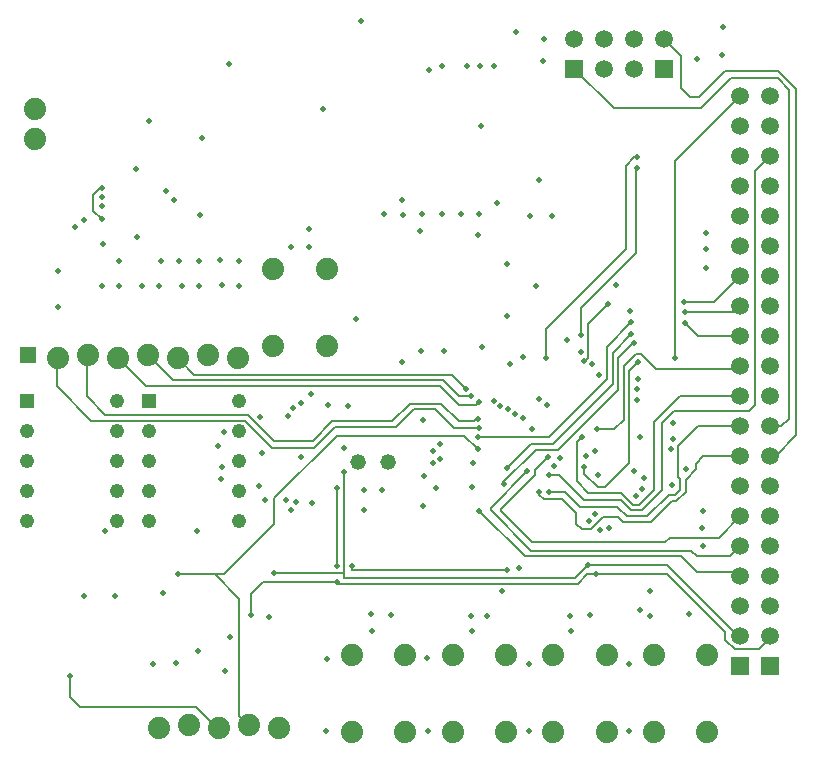
<source format=gbr>
%TF.GenerationSoftware,Novarm,DipTrace,3.2.0.1*%
%TF.CreationDate,2017-11-17T22:28:03-08:00*%
%FSLAX26Y26*%
%MOIN*%
%TF.FileFunction,Copper,L3,Inr*%
%TF.Part,Single*%
%AMOUTLINE6*
4,1,4,
0.026163,0.026163,
0.026205,-0.026121,
-0.026121,-0.026205,
-0.026163,0.026163,
0.026163,0.026163,
0*%
%TA.AperFunction,Conductor*%
%ADD18C,0.006*%
%TA.AperFunction,ComponentPad*%
%ADD24R,0.047992X0.047992*%
%ADD25C,0.048*%
%ADD30C,0.074*%
%ADD33C,0.052*%
%ADD41R,0.05937X0.05937*%
%ADD42C,0.05937*%
%ADD47R,0.059055X0.059055*%
%ADD48C,0.059055*%
%TA.AperFunction,ViaPad*%
%ADD49C,0.02*%
%TA.AperFunction,ComponentPad*%
%ADD106OUTLINE6*%
G75*
G01*
%LPD*%
X715875Y2178375D2*
D18*
X687749Y2206501D1*
Y2259623D1*
X709626Y2281500D1*
X715875D1*
X2325047Y1350615D2*
Y1328579D1*
X2369001Y1284625D1*
X2394612D1*
X2475251Y1365264D1*
Y1672125D1*
X2503375Y1700249D1*
X2628375Y1715875D2*
Y2372125D1*
X2844000Y2587749D1*
X971455Y995181D2*
X1092819D1*
X1175249Y912751D1*
Y522593D1*
X1206596Y491247D1*
X1969000Y1412749D2*
X1925249Y1456500D1*
X1500251D1*
X1290875Y1247125D1*
Y1162751D1*
X1123306Y995181D1*
X1092819D1*
X1969000Y1450249D2*
X2206500D1*
X2400039Y1643789D1*
Y1753164D1*
X2481500Y1834625D1*
X2656262Y1900354D2*
X2756605D1*
X2844000Y1987749D1*
X1975249Y1206501D2*
X2128375Y1053375D1*
X2647125D1*
X2700251Y1000249D1*
X2831500D1*
X2844000Y987749D1*
X2134442Y1337913D2*
X2012580Y1216051D1*
Y1206669D1*
X2147125Y1072125D1*
X2681501D1*
X2700251Y1053375D1*
X2809626D1*
X2844000Y1087749D1*
Y1187749D2*
X2772126Y1115875D1*
X2609625D1*
X2593999Y1100249D1*
X2150255D1*
X2046951Y1203552D1*
Y1212927D1*
X2159440Y1325415D1*
Y1341038D1*
X2203185Y1384783D1*
X2175063Y1269171D2*
Y1259797D1*
X2190686Y1244173D1*
X2250055D1*
X2296925Y1197303D1*
Y1162932D1*
X2315673Y1144184D1*
X2346920D1*
X2387541Y1184804D1*
X2437535D1*
X2453159Y1169181D1*
X2546899D1*
X2615642Y1237924D1*
X2631265D1*
X2662512Y1269171D1*
Y1309791D1*
X2696883Y1344163D1*
Y1362911D1*
X2721881Y1387908D1*
X2843841D1*
X2844000Y1387749D1*
X2206310Y1269171D2*
X2259429D1*
X2309424Y1219176D1*
X2434411D1*
X2465657Y1187929D1*
X2534400D1*
X2606268Y1259797D1*
X2628140D1*
X2643764Y1275420D1*
Y1312916D1*
X2637514Y1319165D1*
Y1422280D1*
X2702984Y1487749D1*
X2844000D1*
X2206310Y1325415D2*
X2240681D1*
X2325047Y1241049D1*
X2446909D1*
X2481281Y1206677D1*
X2515652D1*
X2584395Y1275420D1*
Y1497272D1*
X2625016Y1537892D1*
X2874990D1*
X2893738Y1556640D1*
Y2337487D1*
X2944000Y2387749D1*
X2315673Y1450402D2*
X2300050Y1434778D1*
Y1303542D1*
X2337546Y1266046D1*
X2446909D1*
X2487530Y1225425D1*
X2506278D1*
X2556273Y1275420D1*
Y1500396D1*
X2643626Y1587749D1*
X2844000D1*
X2365668Y1478524D2*
X2425037D1*
X2456283Y1509770D1*
Y1687877D1*
X2496904Y1728497D1*
X2512528D1*
X2562522Y1678503D1*
X2834753D1*
X2844000Y1687749D1*
X2056501Y1294000D2*
X2051814Y1298688D1*
X2162751Y1409625D1*
X2237749D1*
X2437535Y1609411D1*
Y1715661D1*
X2487749Y1765875D1*
X2490875D1*
X2659387Y1831612D2*
X2703249Y1787749D1*
X2844000D1*
X2065875Y1347125D2*
X2147280Y1428529D1*
X2219154D1*
X2418787Y1628163D1*
Y1731287D1*
X2481500Y1794000D1*
X2659387Y1869108D2*
X2825358D1*
X2844000Y1887749D1*
X2944000Y1387749D2*
X2962322D1*
X3031223Y1456651D1*
Y2612780D1*
X2971854Y2672148D1*
X2793748D1*
X2706257Y2584657D1*
X2678135D1*
X2646888Y2615904D1*
Y2722362D1*
X2590875Y2778375D1*
X2197125Y1715875D2*
Y1813052D1*
X2462751Y2078678D1*
Y2356500D1*
X2490875Y2384625D1*
X2500249D1*
X2403375Y1894000D2*
X2336379Y1827004D1*
Y1714832D1*
X2325047Y1703500D1*
X1212664Y856714D2*
Y928289D1*
X1253375Y969000D1*
X1500251D1*
Y962953D1*
X2303175D1*
X2334421Y994199D1*
X2362543D1*
X2600083D1*
X2794252Y800030D1*
Y775028D1*
X2825505Y743774D1*
X2906764D1*
X2944000Y781010D1*
Y787749D1*
X1500251Y1281499D2*
Y1022125D1*
X1290875Y997125D2*
X1525251D1*
Y981701D1*
X2293801D1*
X2337546Y1025446D1*
X1525251Y1335560D2*
Y997125D1*
X2844000Y787749D2*
Y781535D1*
X2600089Y1025446D1*
X2337546D1*
X569000Y1715249D2*
X565875Y1712125D1*
Y1622125D1*
X681500Y1506500D1*
X1194062D1*
X1284531Y1416030D1*
X1425142D1*
X1493885Y1484773D1*
X1698139D1*
X1757508Y1544142D1*
X1828234D1*
X1890875Y1481500D1*
X1972125D1*
X1947125Y1587751D2*
X1906500D1*
X1853375Y1640875D1*
X953374D1*
X869000Y1725249D1*
X1931500Y1612749D2*
X1884625Y1659625D1*
X1024625D1*
X969000Y1715249D1*
X1972125Y1569000D2*
X1962749Y1559625D1*
X1906500D1*
X1844000Y1622125D1*
X862125D1*
X769000Y1715249D1*
X669000Y1725249D2*
X665875Y1722125D1*
Y1587751D1*
X728377Y1525249D1*
X1203434D1*
X1290781Y1437903D1*
X1418892D1*
X1484510Y1503521D1*
X1683035D1*
X1742404Y1562890D1*
X1846986D1*
X1906500Y1503375D1*
X1956500D1*
X1967437Y1514312D1*
X1969000Y1512749D1*
X2944000Y1487749D2*
X2981080D1*
X3006226Y1512895D1*
Y2609655D1*
X2968730Y2647151D1*
X2812496D1*
X2712507Y2547161D1*
X2422089D1*
X2290875Y2678375D1*
X2500251Y2347125D2*
X2497125Y2343999D1*
Y2065875D1*
X2312549Y1881299D1*
Y1790991D1*
X609625Y656528D2*
Y584625D1*
X644000Y550249D1*
X1031501D1*
X1106596Y475155D1*
Y481247D1*
X1550249Y1022125D2*
Y1006698D1*
X2065699D1*
D49*
X1141539Y2694000D3*
X1581375Y2837756D3*
X1978209Y2687772D3*
X2096946Y2800260D3*
X1115799Y1956598D3*
X982861Y1956501D3*
X569000Y1884625D3*
D3*
X568982Y2003469D3*
X1469911Y1557411D3*
X1715736Y1700375D3*
X1469911Y1557411D3*
X1984458Y1750370D3*
X1715736Y1700375D3*
X2065699Y1853484D3*
X2050076Y937955D3*
X2475031Y470399D3*
X2140144Y470836D3*
X1465073D3*
X1802609D3*
X1036449Y737749D3*
X918945Y931706D3*
X1381919Y1385306D3*
X1469911Y1557411D3*
X1590749Y1206677D3*
X1381919Y1385306D3*
X2543774Y937955D3*
X1981333Y2487793D3*
X2175063Y2309686D3*
X2615642Y1291043D3*
X2265678Y1775367D3*
X1051764Y2448755D3*
X1044877Y2193123D3*
X1787604Y1222301D3*
X2715875Y1147125D3*
X2515875Y1278375D3*
X2715875Y1147125D3*
X2162564Y1953375D3*
X2025079Y2687772D3*
X2731500Y2078375D3*
X2350045Y1694126D3*
X2497125Y1253375D3*
X2719000Y1087749D3*
X2731500Y2016034D3*
X2375042Y1656630D3*
X2477881Y1871630D3*
X1850097Y2687772D3*
X2431596Y1959529D3*
X628375Y2150251D3*
X715875Y2250251D3*
X656472Y2175841D3*
X715875Y2222125D3*
X1790875Y1322125D3*
X1590752Y1275374D3*
X850249Y1956501D3*
X715875Y2178375D3*
Y2281500D3*
X834625Y2119000D3*
X715875Y1956501D3*
X931500Y2272125D3*
X1562751Y1844000D3*
X1650251Y1275249D3*
X1831500Y1281500D3*
X2189963Y2777475D3*
X2788001Y2818992D3*
X2784945Y2725251D3*
X2700492Y2712731D3*
X1353274Y1547266D3*
X1337651Y1522269D3*
X1243911Y1519144D3*
X1122125Y1469000D3*
X1103375Y1422125D3*
X1950251Y1284625D3*
X1453375Y2544000D3*
X1275157Y850465D3*
X1128375Y672125D3*
X1522125Y1415875D3*
X1537751Y1556500D3*
X1412643Y1594136D3*
X1381396Y1566014D3*
X1406500Y2144173D3*
Y2084731D3*
X908583Y1956501D3*
X912751Y2037751D3*
X775251Y1956501D3*
Y2037749D3*
X1175249Y1956501D3*
Y2037749D3*
X1041916Y1956501D3*
Y2037751D3*
X1250249Y1397125D3*
X1115875Y1350249D3*
X1112751Y1312749D3*
X1240875Y1287751D3*
X1259625Y1240875D3*
X1331500D3*
X1362749Y1234626D3*
X1347125Y1209625D3*
X1415875Y1231500D3*
X1034625Y1137749D3*
X728375D3*
X2277071Y856500D3*
X2281500Y806500D3*
X1945822Y856500D3*
X1950251Y806500D3*
X1614571Y862749D3*
X1615875Y806500D3*
X1783311Y2194000D3*
X1778375Y2137749D3*
X2509403Y875462D3*
X2543774Y853589D3*
X2325047Y1350615D3*
X2503375Y1700249D3*
X2628375Y1715875D3*
X971455Y995181D3*
X1969000Y1412749D3*
Y1450249D3*
X2481500Y1834625D3*
X2656262Y1900354D3*
X1975249Y1206501D3*
X2134442Y1337913D3*
X2203185Y1384783D3*
X2106320Y1016072D3*
X2175063Y1269171D3*
X2206310D3*
Y1325415D3*
X2243806Y1381659D3*
X2121944Y1719123D3*
X1968835Y2125331D3*
X2315673Y1450402D3*
X2365668Y1478524D3*
X2056501Y1294000D3*
X2490875Y1765875D3*
X2659387Y1831612D3*
X2065875Y1347125D3*
X2481500Y1794000D3*
X2659387Y1869108D3*
X2503375Y1644000D3*
X2500029Y1612885D3*
Y1575388D3*
X2619000Y1497125D3*
X2509403Y1450402D3*
X2619000Y1444000D3*
X2612749Y1412749D3*
X2359419Y1403531D3*
X956500Y2240875D3*
X1781500Y1737751D3*
X2371917Y1325415D3*
X2490655Y1337913D3*
X2662512Y1344163D3*
X2197125Y1715875D3*
X2500249Y2384625D3*
X2718933Y1203375D3*
X2525249Y1315875D3*
X2718933Y1203375D3*
X2731500Y2131500D3*
X2403375Y1894000D3*
X2325047Y1703500D3*
X1934463Y2687772D3*
X2403375Y1894000D3*
X759625Y922125D3*
X962810Y697125D3*
X1212664Y856714D3*
D3*
X1500251Y1281499D3*
Y1022125D3*
Y969000D3*
X2362543Y994199D3*
X2034625Y2231500D3*
X1972125Y2194000D3*
X1850251D3*
X1912843D3*
X656500Y922125D3*
X887749Y694000D3*
X1144000Y784625D3*
X1290875Y997125D3*
X2337546Y1025446D3*
X1525251Y1335560D3*
X2022125Y1572125D3*
X1465875Y712749D3*
X2069000Y1544000D3*
X1800249Y715875D3*
X2119000Y1515875D3*
X2140875Y694000D3*
X2175063Y1578513D3*
X2340671Y1172306D3*
X2378167Y1141059D3*
X2475251Y694249D3*
X1972125Y1481500D3*
X1947125Y1587751D3*
X1931500Y1612749D3*
X1972125Y1569000D3*
X1969000Y1512749D3*
X830909Y2344000D3*
X1856512Y1737739D3*
X2187938Y2706480D3*
X2331297Y1387908D3*
X2500251Y2347125D3*
X2312549Y1790991D3*
X1844000Y1428375D3*
Y1378375D3*
X719000Y2094000D3*
X1109625Y2040875D3*
X975251Y2037751D3*
X872125Y2506500D3*
X1819000Y1403375D3*
X1787751Y1509625D3*
X1819000Y1365875D3*
Y1403375D3*
X2142356Y2187749D3*
X2215692D3*
X2312549Y1734747D3*
X2065875Y2028097D3*
X2142356Y2187749D3*
X609625Y656528D3*
X1550249Y1022125D3*
X2065699Y1006698D3*
X2044000Y1553375D3*
X1681500Y859625D3*
X2094000Y1528375D3*
X2000081Y856500D3*
X2343795Y856705D3*
X2148921Y1479668D3*
X2675249Y862749D3*
X2406289Y1147308D3*
X2359419Y1194178D3*
X2200060Y1556640D3*
X1953352Y1365899D3*
X1347125Y2084822D3*
X1718991Y2192178D3*
X1656500Y2194000D3*
X1715875Y2240875D3*
X1806500Y2675249D3*
X2225058Y1353537D3*
X2078198Y1694126D3*
X1718991Y2192178D3*
D24*
X875251Y1572125D3*
D25*
Y1472125D3*
Y1372125D3*
Y1272125D3*
Y1172125D3*
X1175251D3*
Y1272125D3*
Y1372125D3*
Y1472125D3*
Y1572125D3*
D24*
X465875D3*
D25*
Y1472125D3*
Y1372125D3*
Y1272125D3*
Y1172125D3*
X765875D3*
Y1272125D3*
Y1372125D3*
Y1472125D3*
Y1572125D3*
D30*
X494000Y2444000D3*
Y2544000D3*
D106*
X469000Y1725249D3*
D30*
X569000Y1715249D3*
X669000Y1725249D3*
X769000Y1715249D3*
X869000Y1725249D3*
X969000Y1715249D3*
X1069000Y1725249D3*
X1169000Y1715249D3*
D33*
X1569000Y1369000D3*
X1669000D3*
D30*
X1287749Y1756500D3*
Y2012500D3*
X1465749Y1756500D3*
Y2012500D3*
X1550249Y469000D3*
Y725000D3*
X1728249Y469000D3*
Y725000D3*
X1885667Y469000D3*
Y725000D3*
X2063667Y469000D3*
Y725000D3*
X2221083Y469000D3*
Y725000D3*
X2399083Y469000D3*
Y725000D3*
X2556500Y469000D3*
Y725000D3*
X2734500Y469000D3*
Y725000D3*
D41*
X2590875Y2678375D3*
D42*
Y2778375D3*
X2490875Y2678375D3*
Y2778375D3*
X2390875Y2678375D3*
Y2778375D3*
D41*
X2290875Y2678375D3*
D42*
Y2778375D3*
D47*
X2844000Y687749D3*
D48*
Y787749D3*
Y887749D3*
Y987749D3*
Y1087749D3*
Y1187749D3*
Y1287749D3*
Y1387749D3*
Y1487749D3*
Y1587749D3*
Y1687749D3*
Y1787749D3*
Y1887749D3*
Y1987749D3*
Y2087749D3*
Y2187749D3*
Y2287749D3*
Y2387749D3*
Y2487749D3*
Y2587749D3*
D47*
X2944000Y687749D3*
D48*
Y787749D3*
Y887749D3*
Y987749D3*
Y1087749D3*
Y1187749D3*
Y1287749D3*
Y1387749D3*
Y1487749D3*
Y1587749D3*
Y1687749D3*
Y1787749D3*
Y1887749D3*
Y1987749D3*
Y2087749D3*
Y2187749D3*
Y2287749D3*
Y2387749D3*
Y2487749D3*
Y2587749D3*
D30*
X1306596Y481247D3*
X1206596Y491247D3*
X1106596Y481247D3*
X1006596Y491247D3*
X906596Y481247D3*
M02*

</source>
